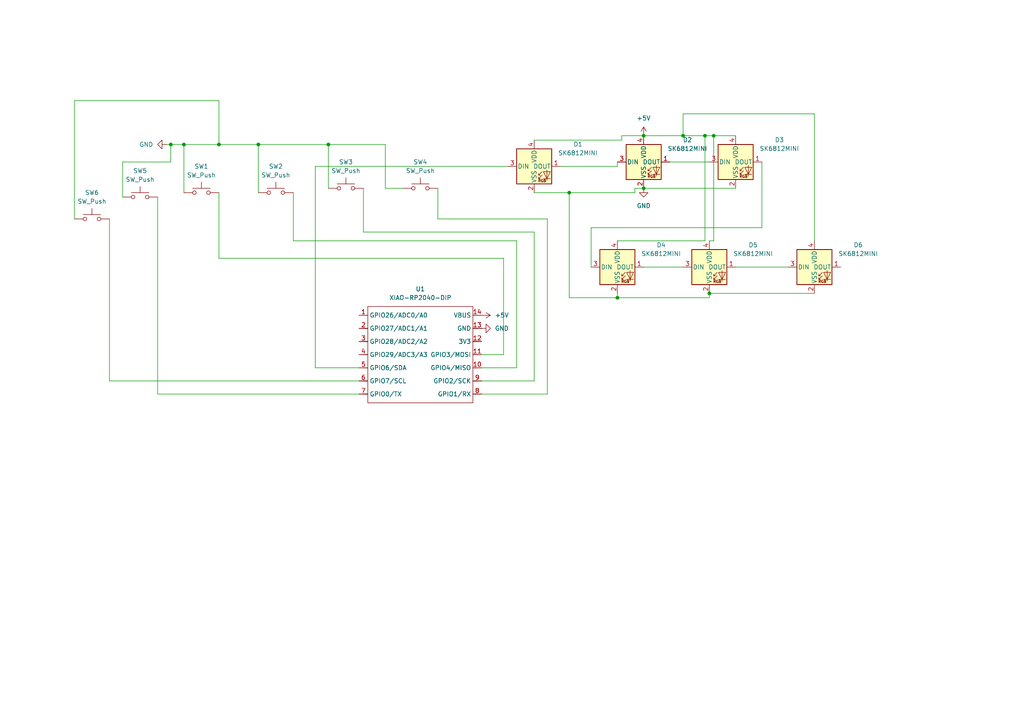
<source format=kicad_sch>
(kicad_sch (version 20250114) (generator "eeschema") (generator_version "9.0")
  (paper "A4")
  (lib_symbols
    (symbol "LED:SK6812MINI" (pin_names (offset 0.254))
      (property "Reference" "D" (at 5.08 5.715 0))
      (property "Value" "SK6812MINI" (at 1.27 -5.715 0))
      (symbol "SK6812MINI_0_0"
        (text "RGB" (at 2.286 -4.191 0) (effects (font (size 0.762 0.762))))
      )
      (symbol "SK6812MINI_0_1"
        (polyline (pts (xy 1.27 -2.54) (xy 1.778 -2.54)))
        (polyline (pts (xy 1.27 -3.556) (xy 1.778 -3.556)))
        (polyline (pts (xy 2.286 -1.524) (xy 1.27 -2.54) (xy 1.27 -2.032)))
        (polyline (pts (xy 2.286 -2.54) (xy 1.27 -3.556) (xy 1.27 -3.048)))
        (polyline (pts (xy 3.683 -1.016) (xy 3.683 -3.556) (xy 3.683 -4.064)))
        (polyline (pts (xy 4.699 -1.524) (xy 2.667 -1.524) (xy 3.683 -3.556) (xy 4.699 -1.524)))
        (polyline (pts (xy 4.699 -3.556) (xy 2.667 -3.556)))
        (rectangle (start 5.08 5.08) (end -5.08 -5.08) (stroke (width 0.254)) (fill (type background)))
      )
      (symbol "SK6812MINI_1_1"
        (pin input line (at -7.62 0 0) (length 2.54) (name "DIN") (number "3"))
        (pin power_in line (at 0 7.62 270) (length 2.54) (name "VDD") (number "4"))
        (pin power_in line (at 0 -7.62 90) (length 2.54) (name "VSS") (number "2"))
        (pin output line (at 7.62 0 180) (length 2.54) (name "DOUT") (number "1"))
      )
    )
    (symbol "OPL:XIAO-RP2040-DIP"
      (property "Reference" "U" (at 0 0 0))
      (property "Value" "XIAO-RP2040-DIP" (at 5.334 -1.778 0))
      (symbol "XIAO-RP2040-DIP_1_0"
        (polyline (pts (xy -1.27 -2.54) (xy 29.21 -2.54)) (stroke (width 0.1524)))
        (polyline (pts (xy -1.27 -5.08) (xy -2.54 -5.08)) (stroke (width 0.1524)))
        (polyline (pts (xy -1.27 -5.08) (xy -1.27 -2.54)) (stroke (width 0.1524)))
        (polyline (pts (xy -1.27 -8.89) (xy -2.54 -8.89)) (stroke (width 0.1524)))
        (polyline (pts (xy -1.27 -8.89) (xy -1.27 -5.08)) (stroke (width 0.1524)))
        (polyline (pts (xy -1.27 -12.7) (xy -2.54 -12.7)) (stroke (width 0.1524)))
        (polyline (pts (xy -1.27 -12.7) (xy -1.27 -8.89)) (stroke (width 0.1524)))
        (polyline (pts (xy -1.27 -16.51) (xy -2.54 -16.51)) (stroke (width 0.1524)))
        (polyline (pts (xy -1.27 -16.51) (xy -1.27 -12.7)) (stroke (width 0.1524)))
        (polyline (pts (xy -1.27 -20.32) (xy -2.54 -20.32)) (stroke (width 0.1524)))
        (polyline (pts (xy -1.27 -24.13) (xy -2.54 -24.13)) (stroke (width 0.1524)))
        (polyline (pts (xy -1.27 -27.94) (xy -2.54 -27.94)) (stroke (width 0.1524)))
        (polyline (pts (xy -1.27 -30.48) (xy -1.27 -16.51)) (stroke (width 0.1524)))
        (polyline (pts (xy 29.21 -2.54) (xy 29.21 -5.08)) (stroke (width 0.1524)))
        (polyline (pts (xy 29.21 -5.08) (xy 29.21 -8.89)) (stroke (width 0.1524)))
        (polyline (pts (xy 29.21 -8.89) (xy 29.21 -12.7)) (stroke (width 0.1524)))
        (polyline (pts (xy 29.21 -12.7) (xy 29.21 -30.48)) (stroke (width 0.1524)))
        (polyline (pts (xy 29.21 -30.48) (xy -1.27 -30.48)) (stroke (width 0.1524)))
        (polyline (pts (xy 30.48 -5.08) (xy 29.21 -5.08)) (stroke (width 0.1524)))
        (polyline (pts (xy 30.48 -8.89) (xy 29.21 -8.89)) (stroke (width 0.1524)))
        (polyline (pts (xy 30.48 -12.7) (xy 29.21 -12.7)) (stroke (width 0.1524)))
        (polyline (pts (xy 30.48 -16.51) (xy 29.21 -16.51)) (stroke (width 0.1524)))
        (polyline (pts (xy 30.48 -20.32) (xy 29.21 -20.32)) (stroke (width 0.1524)))
        (polyline (pts (xy 30.48 -24.13) (xy 29.21 -24.13)) (stroke (width 0.1524)))
        (polyline (pts (xy 30.48 -27.94) (xy 29.21 -27.94)) (stroke (width 0.1524)))
        (pin passive line (at -3.81 -5.08 0) (length 2.54) (name "GPIO26/ADC0/A0") (number "1"))
        (pin passive line (at -3.81 -8.89 0) (length 2.54) (name "GPIO27/ADC1/A1") (number "2"))
        (pin passive line (at -3.81 -12.7 0) (length 2.54) (name "GPIO28/ADC2/A2") (number "3"))
        (pin passive line (at -3.81 -16.51 0) (length 2.54) (name "GPIO29/ADC3/A3") (number "4"))
        (pin passive line (at -3.81 -20.32 0) (length 2.54) (name "GPIO6/SDA") (number "5"))
        (pin passive line (at -3.81 -24.13 0) (length 2.54) (name "GPIO7/SCL") (number "6"))
        (pin passive line (at -3.81 -27.94 0) (length 2.54) (name "GPIO0/TX") (number "7"))
        (pin passive line (at 31.75 -5.08 180) (length 2.54) (name "VBUS") (number "14"))
        (pin passive line (at 31.75 -8.89 180) (length 2.54) (name "GND") (number "13"))
        (pin passive line (at 31.75 -12.7 180) (length 2.54) (name "3V3") (number "12"))
        (pin passive line (at 31.75 -16.51 180) (length 2.54) (name "GPIO3/MOSI") (number "11"))
        (pin passive line (at 31.75 -20.32 180) (length 2.54) (name "GPIO4/MISO") (number "10"))
        (pin passive line (at 31.75 -24.13 180) (length 2.54) (name "GPIO2/SCK") (number "9"))
        (pin passive line (at 31.75 -27.94 180) (length 2.54) (name "GPIO1/RX") (number "8"))
      )
    )
    (symbol "Switch:SW_Push" (pin_numbers (hide yes)) (pin_names (offset 1.016) (hide yes))
      (property "Reference" "SW" (at 1.27 2.54 0))
      (property "Value" "SW_Push" (at 0 -1.524 0))
      (symbol "SW_Push_0_1"
        (circle (center -2.032 0) (radius 0.508))
        (polyline (pts (xy 0 1.27) (xy 0 3.048)))
        (circle (center 2.032 0) (radius 0.508))
        (polyline (pts (xy 2.54 1.27) (xy -2.54 1.27)))
        (pin passive line (at -5.08 0 0) (length 2.54) (name "1") (number "1"))
        (pin passive line (at 5.08 0 180) (length 2.54) (name "2") (number "2"))
      )
    )
    (symbol "power:+5V" (power) (pin_numbers (hide yes)) (pin_names (offset 0) (hide yes))
      (property "Value" "+5V" (at 0 3.556 0))
      (symbol "+5V_0_1"
        (polyline (pts (xy -0.762 1.27) (xy 0 2.54)))
        (polyline (pts (xy 0 2.54) (xy 0.762 1.27)))
        (polyline (pts (xy 0 0) (xy 0 2.54)))
      )
      (symbol "+5V_1_1"
        (pin power_in line (at 0 0 90) (length 0) (name "~") (number "1"))
      )
    )
    (symbol "power:GND" (power) (pin_numbers (hide yes)) (pin_names (offset 0) (hide yes))
      (property "Value" "GND" (at 0 -3.81 0))
      (symbol "GND_0_1"
        (polyline (pts (xy 0 0) (xy 0 -1.27) (xy 1.27 -1.27) (xy 0 -2.54) (xy -1.27 -1.27) (xy 0 -1.27)))
      )
      (symbol "GND_1_1"
        (pin power_in line (at 0 0 270) (length 0) (name "~") (number "1"))
      )
    )
  )
  (junction (at 179.07 86.36))
  (junction (at 207.01 39.37))
  (junction (at 186.69 54.61))
  (junction (at 74.93 41.91))
  (junction (at 53.34 41.91))
  (junction (at 198.12 39.37))
  (junction (at 95.25 41.91))
  (junction (at 63.5 41.91))
  (junction (at 186.69 39.37))
  (junction (at 49.53 41.91))
  (junction (at 204.47 39.37))
  (junction (at 205.74 85.09))
  (junction (at 165.1 55.88))
  (wire (pts (xy 165.1 86.36) (xy 165.1 55.88)))
  (wire (pts (xy 74.93 41.91) (xy 74.93 55.88)))
  (wire (pts (xy 205.74 69.85) (xy 207.01 69.85)))
  (wire (pts (xy 158.75 63.5) (xy 127 63.5)))
  (wire (pts (xy 186.69 39.37) (xy 198.12 39.37)))
  (wire (pts (xy 21.59 29.21) (xy 63.5 29.21)))
  (wire (pts (xy 154.94 40.64) (xy 180.34 40.64)))
  (wire (pts (xy 63.5 55.88) (xy 63.5 74.93)))
  (wire (pts (xy 184.15 55.88) (xy 184.15 54.61)))
  (wire (pts (xy 139.7 114.3) (xy 158.75 114.3)))
  (wire (pts (xy 53.34 41.91) (xy 53.34 55.88)))
  (wire (pts (xy 179.07 86.36) (xy 165.1 86.36)))
  (wire (pts (xy 205.74 85.09) (xy 205.74 86.36)))
  (wire (pts (xy 21.59 63.5) (xy 21.59 29.21)))
  (wire (pts (xy 198.12 39.37) (xy 204.47 39.37)))
  (wire (pts (xy 149.86 69.85) (xy 85.09 69.85)))
  (wire (pts (xy 236.22 85.09) (xy 205.74 85.09)))
  (wire (pts (xy 53.34 41.91) (xy 63.5 41.91)))
  (wire (pts (xy 207.01 69.85) (xy 207.01 39.37)))
  (wire (pts (xy 146.05 102.87) (xy 146.05 74.93)))
  (wire (pts (xy 91.44 106.68) (xy 104.14 106.68)))
  (wire (pts (xy 186.69 77.47) (xy 198.12 77.47)))
  (wire (pts (xy 179.07 69.85) (xy 204.47 69.85)))
  (wire (pts (xy 205.74 86.36) (xy 179.07 86.36)))
  (wire (pts (xy 116.84 54.61) (xy 111.76 54.61)))
  (wire (pts (xy 186.69 54.61) (xy 213.36 54.61)))
  (wire (pts (xy 154.94 55.88) (xy 165.1 55.88)))
  (wire (pts (xy 165.1 55.88) (xy 184.15 55.88)))
  (wire (pts (xy 213.36 77.47) (xy 228.6 77.47)))
  (wire (pts (xy 207.01 39.37) (xy 213.36 39.37)))
  (wire (pts (xy 63.5 29.21) (xy 63.5 41.91)))
  (wire (pts (xy 198.12 33.02) (xy 198.12 39.37)))
  (wire (pts (xy 184.15 54.61) (xy 186.69 54.61)))
  (wire (pts (xy 154.94 67.31) (xy 105.41 67.31)))
  (wire (pts (xy 220.98 46.99) (xy 220.98 66.04)))
  (wire (pts (xy 48.26 41.91) (xy 49.53 41.91)))
  (wire (pts (xy 85.09 69.85) (xy 85.09 55.88)))
  (wire (pts (xy 179.07 85.09) (xy 179.07 86.36)))
  (wire (pts (xy 171.45 66.04) (xy 171.45 77.47)))
  (wire (pts (xy 236.22 69.85) (xy 236.22 33.02)))
  (wire (pts (xy 104.14 114.3) (xy 45.72 114.3)))
  (wire (pts (xy 45.72 114.3) (xy 45.72 57.15)))
  (wire (pts (xy 111.76 54.61) (xy 111.76 41.91)))
  (wire (pts (xy 95.25 41.91) (xy 111.76 41.91)))
  (wire (pts (xy 204.47 39.37) (xy 207.01 39.37)))
  (wire (pts (xy 139.7 110.49) (xy 154.94 110.49)))
  (wire (pts (xy 154.94 110.49) (xy 154.94 67.31)))
  (wire (pts (xy 104.14 110.49) (xy 31.75 110.49)))
  (wire (pts (xy 180.34 39.37) (xy 186.69 39.37)))
  (wire (pts (xy 146.05 74.93) (xy 63.5 74.93)))
  (wire (pts (xy 220.98 66.04) (xy 171.45 66.04)))
  (wire (pts (xy 91.44 48.26) (xy 91.44 106.68)))
  (wire (pts (xy 35.56 46.99) (xy 49.53 46.99)))
  (wire (pts (xy 204.47 69.85) (xy 204.47 39.37)))
  (wire (pts (xy 194.31 46.99) (xy 205.74 46.99)))
  (wire (pts (xy 127 63.5) (xy 127 54.61)))
  (wire (pts (xy 74.93 41.91) (xy 95.25 41.91)))
  (wire (pts (xy 147.32 48.26) (xy 91.44 48.26)))
  (wire (pts (xy 139.7 102.87) (xy 146.05 102.87)))
  (wire (pts (xy 49.53 46.99) (xy 49.53 41.91)))
  (wire (pts (xy 35.56 57.15) (xy 35.56 46.99)))
  (wire (pts (xy 180.34 40.64) (xy 180.34 39.37)))
  (wire (pts (xy 95.25 41.91) (xy 95.25 54.61)))
  (wire (pts (xy 105.41 67.31) (xy 105.41 54.61)))
  (wire (pts (xy 149.86 106.68) (xy 149.86 69.85)))
  (wire (pts (xy 139.7 106.68) (xy 149.86 106.68)))
  (wire (pts (xy 49.53 41.91) (xy 53.34 41.91)))
  (wire (pts (xy 236.22 33.02) (xy 198.12 33.02)))
  (wire (pts (xy 158.75 114.3) (xy 158.75 63.5)))
  (wire (pts (xy 179.07 48.26) (xy 179.07 46.99)))
  (wire (pts (xy 31.75 110.49) (xy 31.75 63.5)))
  (wire (pts (xy 63.5 41.91) (xy 74.93 41.91)))
  (wire (pts (xy 162.56 48.26) (xy 179.07 48.26)))
  (symbol (lib_id "LED:SK6812MINI") (at 179.07 77.47 0) (unit 1)
    (property "Reference" "D4" (at 191.77 71.0498 0))
    (property "Value" "SK6812MINI" (at 191.77 73.5898 0))
    (property "Footprint" "LED_SMD:LED_SK6812MINI_PLCC4_3.5x3.5mm_P1.75mm" (effects (hide yes)))
    (property "Datasheet" "https://cdn-shop.adafruit.com/product-files/2686/SK6812MINI_REV.01-1-2.pdf" (effects (hide yes)))
    (property "Description" "RGB LED with integrated controller" (effects (hide yes)))
  )
  (symbol (lib_id "Switch:SW_Push") (at 80.01 55.88 0) (unit 1)
    (property "Reference" "SW2" (at 80.01 48.26 0))
    (property "Value" "SW_Push" (at 80.01 50.8 0))
    (property "Footprint" "Button_Switch_Keyboard:SW_Cherry_MX_1.00u_PCB" (effects (hide yes)))
    (property "Description" "Push button switch, generic, two pins" (effects (hide yes)))
  )
  (symbol (lib_id "Switch:SW_Push") (at 100.33 54.61 0) (unit 1)
    (property "Reference" "SW3" (at 100.33 46.99 0))
    (property "Value" "SW_Push" (at 100.33 49.53 0))
    (property "Footprint" "Button_Switch_Keyboard:SW_Cherry_MX_1.00u_PCB" (effects (hide yes)))
    (property "Description" "Push button switch, generic, two pins" (effects (hide yes)))
  )
  (symbol (lib_id "LED:SK6812MINI") (at 213.36 46.99 0) (unit 1)
    (property "Reference" "D3" (at 226.06 40.5698 0))
    (property "Value" "SK6812MINI" (at 226.06 43.1098 0))
    (property "Footprint" "LED_SMD:LED_SK6812MINI_PLCC4_3.5x3.5mm_P1.75mm" (effects (hide yes)))
    (property "Datasheet" "https://cdn-shop.adafruit.com/product-files/2686/SK6812MINI_REV.01-1-2.pdf" (effects (hide yes)))
    (property "Description" "RGB LED with integrated controller" (effects (hide yes)))
  )
  (symbol (lib_id "power:GND") (at 186.69 54.61 0) (unit 1)
    (property "Reference" "#PWR03" (effects (hide yes)))
    (property "Value" "GND" (at 186.69 59.69 0))
    (property "Description" "Power symbol creates a global label with name \"GND\" , ground" (effects (hide yes)))
  )
  (symbol (lib_id "OPL:XIAO-RP2040-DIP") (at 107.95 86.36 0) (unit 1)
    (property "Reference" "U1" (at 121.92 83.82 0))
    (property "Value" "XIAO-RP2040-DIP" (at 121.92 86.36 0))
    (property "Footprint" "OPL:XIAO-RP2040-DIP" (effects (hide yes)))
  )
  (symbol (lib_id "Switch:SW_Push") (at 58.42 55.88 0) (unit 1)
    (property "Reference" "SW1" (at 58.42 48.26 0))
    (property "Value" "SW_Push" (at 58.42 50.8 0))
    (property "Footprint" "Button_Switch_Keyboard:SW_Cherry_MX_1.00u_PCB" (effects (hide yes)))
    (property "Description" "Push button switch, generic, two pins" (effects (hide yes)))
  )
  (symbol (lib_id "Switch:SW_Push") (at 121.92 54.61 0) (unit 1)
    (property "Reference" "SW4" (at 121.92 46.99 0))
    (property "Value" "SW_Push" (at 121.92 49.53 0))
    (property "Footprint" "Button_Switch_Keyboard:SW_Cherry_MX_1.00u_PCB" (effects (hide yes)))
    (property "Description" "Push button switch, generic, two pins" (effects (hide yes)))
  )
  (symbol (lib_id "LED:SK6812MINI") (at 154.94 48.26 0) (unit 1)
    (property "Reference" "D1" (at 167.64 41.8398 0))
    (property "Value" "SK6812MINI" (at 167.64 44.3798 0))
    (property "Footprint" "LED_SMD:LED_SK6812MINI_PLCC4_3.5x3.5mm_P1.75mm" (effects (hide yes)))
    (property "Datasheet" "https://cdn-shop.adafruit.com/product-files/2686/SK6812MINI_REV.01-1-2.pdf" (effects (hide yes)))
    (property "Description" "RGB LED with integrated controller" (effects (hide yes)))
  )
  (symbol (lib_id "Switch:SW_Push") (at 40.64 57.15 0) (unit 1)
    (property "Reference" "SW5" (at 40.64 49.53 0))
    (property "Value" "SW_Push" (at 40.64 52.07 0))
    (property "Footprint" "Button_Switch_Keyboard:SW_Cherry_MX_1.00u_PCB" (effects (hide yes)))
    (property "Description" "Push button switch, generic, two pins" (effects (hide yes)))
  )
  (symbol (lib_id "LED:SK6812MINI") (at 236.22 77.47 0) (unit 1)
    (property "Reference" "D6" (at 248.92 71.0498 0))
    (property "Value" "SK6812MINI" (at 248.92 73.5898 0))
    (property "Footprint" "LED_SMD:LED_SK6812MINI_PLCC4_3.5x3.5mm_P1.75mm" (effects (hide yes)))
    (property "Datasheet" "https://cdn-shop.adafruit.com/product-files/2686/SK6812MINI_REV.01-1-2.pdf" (effects (hide yes)))
    (property "Description" "RGB LED with integrated controller" (effects (hide yes)))
  )
  (symbol (lib_id "power:GND") (at 48.26 41.91 270) (unit 1)
    (property "Reference" "#PWR05" (effects (hide yes)))
    (property "Value" "GND" (at 44.45 41.9099 90) (effects (justify right)))
    (property "Description" "Power symbol creates a global label with name \"GND\" , ground" (effects (hide yes)))
  )
  (symbol (lib_id "power:+5V") (at 186.69 39.37 0) (unit 1)
    (property "Reference" "#PWR04" (effects (hide yes)))
    (property "Value" "+5V" (at 186.69 34.29 0))
    (property "Description" "Power symbol creates a global label with name \"+5V\"" (effects (hide yes)))
  )
  (symbol (lib_id "power:+5V") (at 139.7 91.44 270) (unit 1)
    (property "Reference" "#PWR01" (effects (hide yes)))
    (property "Value" "+5V" (at 143.51 91.4399 90) (effects (justify left)))
    (property "Description" "Power symbol creates a global label with name \"+5V\"" (effects (hide yes)))
  )
  (symbol (lib_id "power:GND") (at 139.7 95.25 90) (unit 1)
    (property "Reference" "#PWR02" (effects (hide yes)))
    (property "Value" "GND" (at 143.51 95.2499 90) (effects (justify right)))
    (property "Description" "Power symbol creates a global label with name \"GND\" , ground" (effects (hide yes)))
  )
  (symbol (lib_id "LED:SK6812MINI") (at 205.74 77.47 0) (unit 1)
    (property "Reference" "D5" (at 218.44 71.0498 0))
    (property "Value" "SK6812MINI" (at 218.44 73.5898 0))
    (property "Footprint" "LED_SMD:LED_SK6812MINI_PLCC4_3.5x3.5mm_P1.75mm" (effects (hide yes)))
    (property "Datasheet" "https://cdn-shop.adafruit.com/product-files/2686/SK6812MINI_REV.01-1-2.pdf" (effects (hide yes)))
    (property "Description" "RGB LED with integrated controller" (effects (hide yes)))
  )
  (symbol (lib_id "LED:SK6812MINI") (at 186.69 46.99 0) (unit 1)
    (property "Reference" "D2" (at 199.39 40.5698 0))
    (property "Value" "SK6812MINI" (at 199.39 43.1098 0))
    (property "Footprint" "LED_SMD:LED_SK6812MINI_PLCC4_3.5x3.5mm_P1.75mm" (effects (hide yes)))
    (property "Datasheet" "https://cdn-shop.adafruit.com/product-files/2686/SK6812MINI_REV.01-1-2.pdf" (effects (hide yes)))
    (property "Description" "RGB LED with integrated controller" (effects (hide yes)))
  )
  (symbol (lib_id "Switch:SW_Push") (at 26.67 63.5 0) (unit 1)
    (property "Reference" "SW6" (at 26.67 55.88 0))
    (property "Value" "SW_Push" (at 26.67 58.42 0))
    (property "Footprint" "Button_Switch_Keyboard:SW_Cherry_MX_1.00u_PCB" (effects (hide yes)))
    (property "Description" "Push button switch, generic, two pins" (effects (hide yes)))
  )
)
</source>
